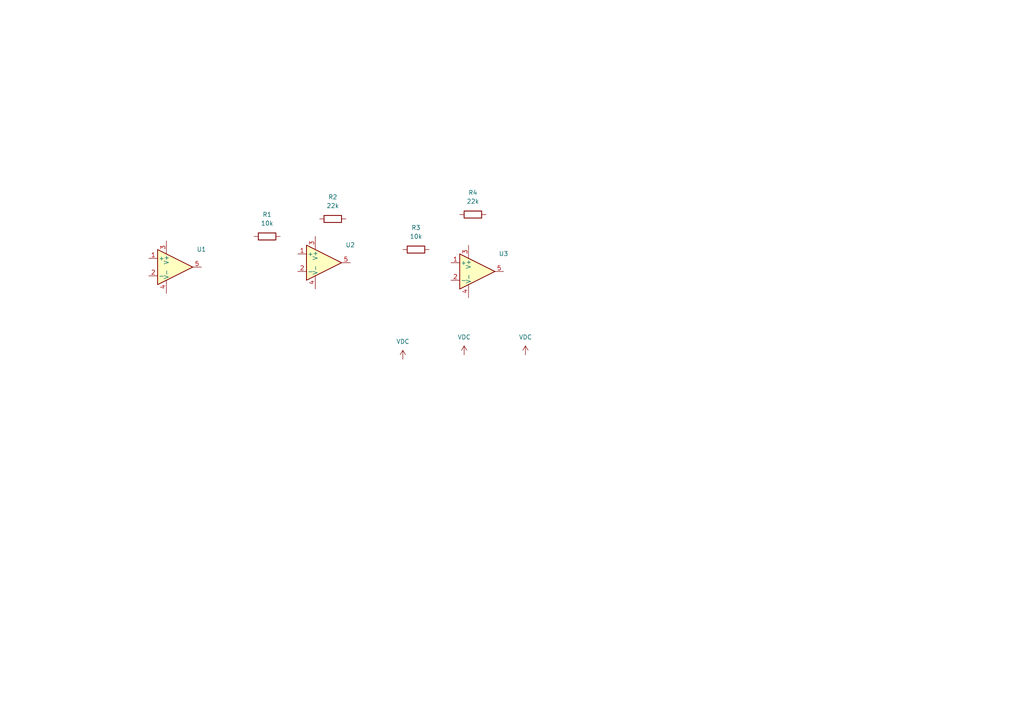
<source format=kicad_sch>
(kicad_sch (version 20250114) (generator "eeschema") (generator_version "9.0")
  (paper "A4")
  (lib_symbols
    (symbol "Device:R" (pin_numbers (hide yes)) (pin_names (offset 0))
      (property "Reference" "R" (at 2.032 0 90))
      (property "Value" "R" (at 0 0 90))
      (symbol "R_0_1"
        (rectangle (start -1.016 -2.54) (end 1.016 2.54) (stroke (width 0.254)))
      )
      (symbol "R_1_1"
        (pin passive line (at 0 3.81 270) (length 1.27) (name "~") (number "1"))
        (pin passive line (at 0 -3.81 90) (length 1.27) (name "~") (number "2"))
      )
    )
    (symbol "Simulation_SPICE:OPAMP" (pin_names (offset 0.254))
      (property "Reference" "U" (at 3.81 3.175 0))
      (property "Value" "${SIM.PARAMS}" (at 3.81 -3.175 0))
      (symbol "OPAMP_0_1"
        (polyline (pts (xy 5.08 0) (xy -5.08 5.08) (xy -5.08 -5.08) (xy 5.08 0)) (stroke (width 0.254)) (fill (type background)))
      )
      (symbol "OPAMP_1_1"
        (pin input line (at -7.62 2.54 0) (length 2.54) (name "+") (number "1"))
        (pin input line (at -7.62 -2.54 0) (length 2.54) (name "-") (number "2"))
        (pin power_in line (at -2.54 7.62 270) (length 3.81) (name "V+") (number "3"))
        (pin power_in line (at -2.54 -7.62 90) (length 3.81) (name "V-") (number "4"))
        (pin output line (at 7.62 0 180) (length 2.54) (name "~") (number "5"))
      )
    )
    (symbol "power:VDC" (power) (pin_numbers (hide yes)) (pin_names (offset 0) (hide yes))
      (property "Value" "VDC" (at 0 3.556 0))
      (symbol "VDC_0_1"
        (polyline (pts (xy -0.762 1.27) (xy 0 2.54)))
        (polyline (pts (xy 0 2.54) (xy 0.762 1.27)))
        (polyline (pts (xy 0 0) (xy 0 2.54)))
      )
      (symbol "VDC_1_1"
        (pin power_in line (at 0 0 90) (length 0) (name "~") (number "1"))
      )
    )
  )
  (symbol (lib_id "Simulation_SPICE:OPAMP") (at 93.98 76.2 0) (unit 1)
    (property "Reference" "U2" (at 101.6 71.0498 0))
    (property "Value" "${SIM.PARAMS}" (at 101.6 72.9549 0))
    (property "Datasheet" "https://ngspice.sourceforge.io/docs/ngspice-html-manual/manual.xhtml#sec__SUBCKT_Subcircuits" (effects (hide yes)))
    (property "Description" "Operational amplifier, single" (effects (hide yes)))
    (property "Sim.Pins" "1=in+ 2=in- 3=vcc 4=vee 5=out" (effects (hide yes)))
    (property "Sim.Device" "SUBCKT" (effects (hide yes)))
    (property "Sim.Library" "${KICAD9_SYMBOL_DIR}/Simulation_SPICE.sp" (effects (hide yes)))
    (property "Sim.Name" "kicad_builtin_opamp" (effects (hide yes)))
  )
  (symbol (lib_id "Device:R") (at 96.52 63.5 90) (unit 1)
    (property "Reference" "R2" (at 96.52 57.15 90))
    (property "Value" "22k" (at 96.52 59.69 90))
    (property "Description" "Resistor" (effects (hide yes)))
  )
  (symbol (lib_id "Device:R") (at 77.47 68.58 90) (unit 1)
    (property "Reference" "R1" (at 77.47 62.23 90))
    (property "Value" "10k" (at 77.47 64.77 90))
    (property "Description" "Resistor" (effects (hide yes)))
  )
  (symbol (lib_id "Simulation_SPICE:OPAMP") (at 50.8 77.47 0) (unit 1)
    (property "Reference" "U1" (at 58.42 72.3198 0))
    (property "Value" "${SIM.PARAMS}" (at 58.42 74.2249 0))
    (property "Datasheet" "https://ngspice.sourceforge.io/docs/ngspice-html-manual/manual.xhtml#sec__SUBCKT_Subcircuits" (effects (hide yes)))
    (property "Description" "Operational amplifier, single" (effects (hide yes)))
    (property "Sim.Pins" "1=in+ 2=in- 3=vcc 4=vee 5=out" (effects (hide yes)))
    (property "Sim.Device" "SUBCKT" (effects (hide yes)))
    (property "Sim.Library" "${KICAD9_SYMBOL_DIR}/Simulation_SPICE.sp" (effects (hide yes)))
    (property "Sim.Name" "kicad_builtin_opamp" (effects (hide yes)))
  )
  (symbol (lib_id "power:VDC") (at 134.62 102.87 0) (unit 1)
    (property "Reference" "#PWR02" (effects (hide yes)))
    (property "Value" "VDC" (at 134.62 97.79 0))
    (property "Description" "Power symbol creates a global label with name \"VDC\"" (effects (hide yes)))
  )
  (symbol (lib_id "Simulation_SPICE:OPAMP") (at 138.43 78.74 0) (unit 1)
    (property "Reference" "U3" (at 146.05 73.5898 0))
    (property "Value" "${SIM.PARAMS}" (at 146.05 75.4949 0))
    (property "Datasheet" "https://ngspice.sourceforge.io/docs/ngspice-html-manual/manual.xhtml#sec__SUBCKT_Subcircuits" (effects (hide yes)))
    (property "Description" "Operational amplifier, single" (effects (hide yes)))
    (property "Sim.Pins" "1=in+ 2=in- 3=vcc 4=vee 5=out" (effects (hide yes)))
    (property "Sim.Device" "SUBCKT" (effects (hide yes)))
    (property "Sim.Library" "${KICAD9_SYMBOL_DIR}/Simulation_SPICE.sp" (effects (hide yes)))
    (property "Sim.Name" "kicad_builtin_opamp" (effects (hide yes)))
  )
  (symbol (lib_id "power:VDC") (at 116.84 104.14 0) (unit 1)
    (property "Reference" "#PWR01" (effects (hide yes)))
    (property "Value" "VDC" (at 116.84 99.06 0))
    (property "Description" "Power symbol creates a global label with name \"VDC\"" (effects (hide yes)))
  )
  (symbol (lib_id "Device:R") (at 137.16 62.23 90) (unit 1)
    (property "Reference" "R4" (at 137.16 55.88 90))
    (property "Value" "22k" (at 137.16 58.42 90))
    (property "Description" "Resistor" (effects (hide yes)))
  )
  (symbol (lib_id "power:VDC") (at 152.4 102.87 0) (unit 1)
    (property "Reference" "#PWR03" (effects (hide yes)))
    (property "Value" "VDC" (at 152.4 97.79 0))
    (property "Description" "Power symbol creates a global label with name \"VDC\"" (effects (hide yes)))
  )
  (symbol (lib_id "Device:R") (at 120.65 72.39 90) (unit 1)
    (property "Reference" "R3" (at 120.65 66.04 90))
    (property "Value" "10k" (at 120.65 68.58 90))
    (property "Description" "Resistor" (effects (hide yes)))
  )
)
</source>
